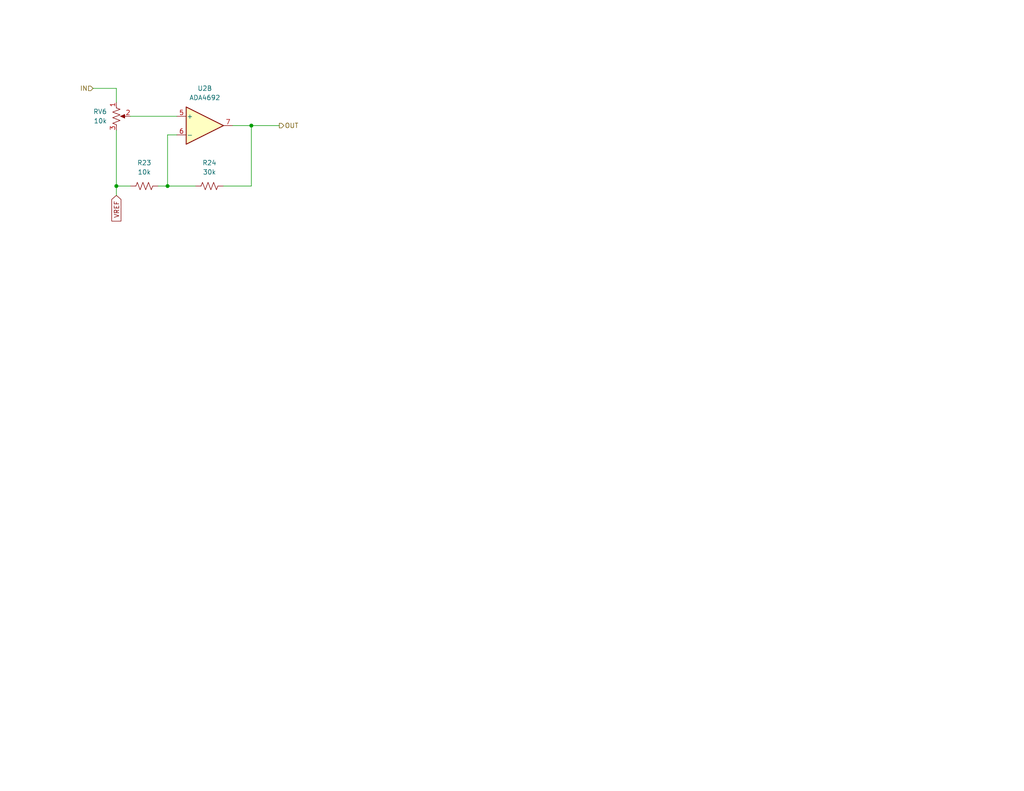
<source format=kicad_sch>
(kicad_sch (version 20250114) (generator "eeschema") (generator_version "9.0")
  (paper "USLetter")
  (title_block (title "EL223FP4L1") (date "2025-05-08") (rev "1") (company "Boles & Walker"))
  (lib_symbols
    (symbol "Custom:ADA4692-2" (pin_names (offset 0.127))
      (property "Reference" "U" (at 2.54 6.35 0))
      (property "Value" "ADA4692-2" (at 2.54 3.81 0))
      (symbol "ADA4692-2_1_1"
        (polyline (pts (xy 5.08 0) (xy -5.08 5.08) (xy -5.08 -5.08) (xy 5.08 0)) (stroke (width 0.254)) (fill (type background)))
        (pin input line (at -7.62 2.54 0) (length 2.54) (name "+") (number "3"))
        (pin input line (at -7.62 -2.54 0) (length 2.54) (name "-") (number "2"))
        (pin output line (at 7.62 0 180) (length 2.54) (name "~") (number "1"))
      )
      (symbol "ADA4692-2_2_1"
        (polyline (pts (xy 5.08 0) (xy -5.08 5.08) (xy -5.08 -5.08) (xy 5.08 0)) (stroke (width 0.254)) (fill (type background)))
        (pin input line (at -7.62 2.54 0) (length 2.54) (name "+") (number "5"))
        (pin input line (at -7.62 -2.54 0) (length 2.54) (name "-") (number "6"))
        (pin output line (at 7.62 0 180) (length 2.54) (name "~") (number "7"))
      )
      (symbol "ADA4692-2_3_1"
        (pin power_in line (at 0 7.62 270) (length 3.81) (name "V+") (number "8"))
        (pin power_in line (at 0 -7.62 90) (length 3.81) (name "V-") (number "4"))
      )
    )
    (symbol "Device:R_Potentiometer_US" (pin_names (offset 1.016) (hide yes))
      (property "Reference" "RV" (at -4.445 0 90))
      (property "Value" "R_Potentiometer_US" (at -2.54 0 90))
      (symbol "R_Potentiometer_US_0_1"
        (polyline (pts (xy 0 2.54) (xy 0 2.286)))
        (polyline (pts (xy 0 2.286) (xy 1.016 1.905) (xy 0 1.524) (xy -1.016 1.143) (xy 0 0.762)))
        (polyline (pts (xy 0 0.762) (xy 1.016 0.381) (xy 0 0) (xy -1.016 -0.381) (xy 0 -0.762)))
        (polyline (pts (xy 0 -0.762) (xy 1.016 -1.143) (xy 0 -1.524) (xy -1.016 -1.905) (xy 0 -2.286)))
        (polyline (pts (xy 0 -2.286) (xy 0 -2.54)))
        (polyline (pts (xy 1.143 0) (xy 2.286 0.508) (xy 2.286 -0.508) (xy 1.143 0)) (fill (type outline)))
        (polyline (pts (xy 2.54 0) (xy 1.524 0)))
      )
      (symbol "R_Potentiometer_US_1_1"
        (pin passive line (at 0 3.81 270) (length 1.27) (name "1") (number "1"))
        (pin passive line (at 0 -3.81 90) (length 1.27) (name "3") (number "3"))
        (pin passive line (at 3.81 0 180) (length 1.27) (name "2") (number "2"))
      )
    )
    (symbol "Device:R_US" (pin_numbers (hide yes)) (pin_names (offset 0))
      (property "Reference" "R" (at 2.54 0 90))
      (property "Value" "R_US" (at -2.54 0 90))
      (symbol "R_US_0_1"
        (polyline (pts (xy 0 2.286) (xy 0 2.54)))
        (polyline (pts (xy 0 2.286) (xy 1.016 1.905) (xy 0 1.524) (xy -1.016 1.143) (xy 0 0.762)))
        (polyline (pts (xy 0 0.762) (xy 1.016 0.381) (xy 0 0) (xy -1.016 -0.381) (xy 0 -0.762)))
        (polyline (pts (xy 0 -0.762) (xy 1.016 -1.143) (xy 0 -1.524) (xy -1.016 -1.905) (xy 0 -2.286)))
        (polyline (pts (xy 0 -2.286) (xy 0 -2.54)))
      )
      (symbol "R_US_1_1"
        (pin passive line (at 0 3.81 270) (length 1.27) (name "~") (number "1"))
        (pin passive line (at 0 -3.81 90) (length 1.27) (name "~") (number "2"))
      )
    )
  )
  (junction (at 45.72 50.8))
  (junction (at 68.58 34.29))
  (junction (at 31.75 50.8))
  (wire (pts (xy 31.75 24.13) (xy 31.75 27.94)))
  (wire (pts (xy 45.72 36.83) (xy 48.26 36.83)))
  (wire (pts (xy 68.58 50.8) (xy 68.58 34.29)))
  (wire (pts (xy 68.58 34.29) (xy 76.2 34.29)))
  (wire (pts (xy 35.56 31.75) (xy 48.26 31.75)))
  (wire (pts (xy 35.56 50.8) (xy 31.75 50.8)))
  (wire (pts (xy 31.75 53.34) (xy 31.75 50.8)))
  (wire (pts (xy 25.4 24.13) (xy 31.75 24.13)))
  (wire (pts (xy 45.72 50.8) (xy 53.34 50.8)))
  (wire (pts (xy 63.5 34.29) (xy 68.58 34.29)))
  (wire (pts (xy 43.18 50.8) (xy 45.72 50.8)))
  (wire (pts (xy 45.72 50.8) (xy 45.72 36.83)))
  (wire (pts (xy 31.75 35.56) (xy 31.75 50.8)))
  (wire (pts (xy 60.96 50.8) (xy 68.58 50.8)))
  (global_label "VREF" (shape input) (at 31.75 53.34 270) (property "Intersheetrefs" "${INTERSHEET_REFS}" (effects (hide yes))))
  (hierarchical_label "IN" (shape input) (at 25.4 24.13 180))
  (hierarchical_label "OUT" (shape output) (at 76.2 34.29 0))
  (symbol (lib_id "Custom:ADA4692-2") (at 55.88 34.29 0) (unit 2)
    (property "Reference" "U2" (at 55.88 24.13 0))
    (property "Value" "ADA4692" (at 55.88 26.67 0))
    (property "Footprint" "Package_SO:SOIC-8_3.9x4.9mm_P1.27mm" (effects (hide yes)))
    (property "Datasheet" "https://www.analog.com/media/en/technical-documentation/data-sheets/ADA4691-2_4691-4_4692-2_4692-4.pdf" (effects (hide yes)))
    (property "Description" "Dual Low Noise, Precision, Rail-to-Rail Output, JFET Op Amp, SOIC-8" (effects (hide yes)))
    (property "Sim.Library" "ada4692.sub" (effects (hide yes)))
    (property "Sim.Name" "ADA4692-2" (effects (hide yes)))
    (property "Sim.Device" "SUBCKT" (effects (hide yes)))
    (property "Sim.Pins" "1=AOUT 2=AIN- 3=AIN+ 4=V- 5=BIN+ 6=BIN- 7=BOUT 8=V+" (effects (hide yes)))
  )
  (symbol (lib_id "Device:R_Potentiometer_US") (at 31.75 31.75 0) (unit 1)
    (property "Reference" "RV6" (at 29.21 30.4799 0) (effects (justify right)))
    (property "Value" "10k" (at 29.21 33.0199 0) (effects (justify right)))
    (property "Footprint" "Potentiometer_THT:Potentiometer_Bourns_PTV09A-1_Single_Vertical" (effects (hide yes)))
    (property "Datasheet" "https://www.mouser.com/datasheet/2/54/ptv09-777818.pdf" (effects (hide yes)))
    (property "Description" "Potentiometer, US symbol" (effects (hide yes)))
    (property "Sim.Device" "R" (effects (hide yes)))
    (property "Sim.Type" "POT" (effects (hide yes)))
    (property "Sim.Pins" "1=r0 2=wiper 3=r1" (effects (hide yes)))
    (property "Sim.Params" "pos=0.75" (effects (hide yes)))
  )
  (symbol (lib_id "Device:R_US") (at 39.37 50.8 90) (unit 1)
    (property "Reference" "R23" (at 39.37 44.45 90))
    (property "Value" "10k" (at 39.37 46.99 90))
    (property "Footprint" "Resistor_SMD:R_0805_2012Metric_Pad1.20x1.40mm_HandSolder" (effects (hide yes)))
    (property "Description" "Resistor, US symbol" (effects (hide yes)))
  )
  (symbol (lib_id "Device:R_US") (at 57.15 50.8 90) (unit 1)
    (property "Reference" "R24" (at 57.15 44.45 90))
    (property "Value" "30k" (at 57.15 46.99 90))
    (property "Footprint" "Resistor_SMD:R_0805_2012Metric_Pad1.20x1.40mm_HandSolder" (effects (hide yes)))
    (property "Description" "Resistor, US symbol" (effects (hide yes)))
  )
)
</source>
